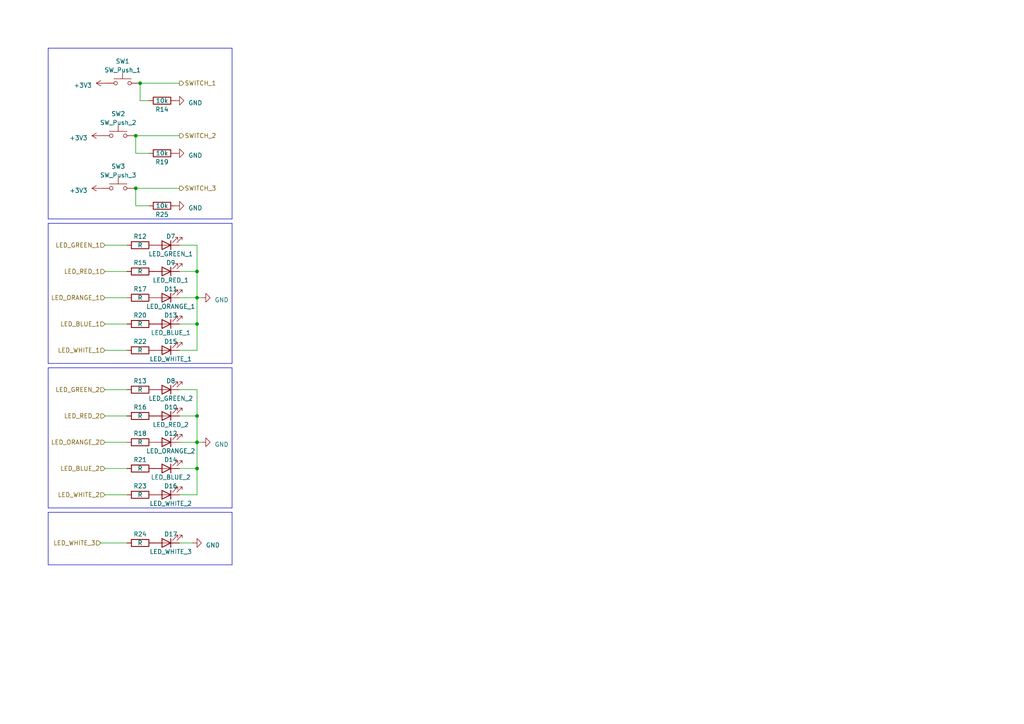
<source format=kicad_sch>
(kicad_sch (version 20221206) (generator eeschema)
  (paper "A4")
  (title_block (date "2022-11-20") (rev "v1.0"))
  (lib_symbols
    (symbol "Device:LED" (pin_numbers hide) (pin_names (offset 1.016) hide)
      (property "Reference" "D" (at 0 2.54 0))
      (property "Value" "LED" (at 0 -2.54 0))
      (symbol "LED_0_1"
        (polyline (pts (xy -1.27 -1.27) (xy -1.27 1.27)) (stroke (width 0.254)))
        (polyline (pts (xy -1.27 0) (xy 1.27 0)))
        (polyline (pts (xy 1.27 -1.27) (xy 1.27 1.27) (xy -1.27 0) (xy 1.27 -1.27)) (stroke (width 0.254)))
        (polyline (pts (xy -3.048 -0.762) (xy -4.572 -2.286) (xy -3.81 -2.286) (xy -4.572 -2.286) (xy -4.572 -1.524)))
        (polyline (pts (xy -1.778 -0.762) (xy -3.302 -2.286) (xy -2.54 -2.286) (xy -3.302 -2.286) (xy -3.302 -1.524)))
      )
      (symbol "LED_1_1"
        (pin passive line (at -3.81 0 0) (length 2.54) (name "K") (number "1"))
        (pin passive line (at 3.81 0 180) (length 2.54) (name "A") (number "2"))
      )
    )
    (symbol "Device:R" (pin_numbers hide) (pin_names (offset 0))
      (property "Reference" "R" (at 2.032 0 90))
      (property "Value" "R" (at 0 0 90))
      (symbol "R_0_1"
        (rectangle (start -1.016 -2.54) (end 1.016 2.54) (stroke (width 0.254)))
      )
      (symbol "R_1_1"
        (pin passive line (at 0 3.81 270) (length 1.27) (name "~") (number "1"))
        (pin passive line (at 0 -3.81 90) (length 1.27) (name "~") (number "2"))
      )
    )
    (symbol "Switch:SW_Push" (pin_numbers hide) (pin_names (offset 1.016) hide)
      (property "Reference" "SW" (at 1.27 2.54 0))
      (property "Value" "SW_Push" (at 0 -1.524 0))
      (symbol "SW_Push_0_1"
        (circle (center -2.032 0) (radius 0.508))
        (polyline (pts (xy 0 1.27) (xy 0 3.048)))
        (polyline (pts (xy 2.54 1.27) (xy -2.54 1.27)))
        (circle (center 2.032 0) (radius 0.508))
        (pin passive line (at -5.08 0 0) (length 2.54) (name "1") (number "1"))
        (pin passive line (at 5.08 0 180) (length 2.54) (name "2") (number "2"))
      )
    )
    (symbol "power:+3V3" (power) (pin_names (offset 0))
      (property "Value" "+3V3" (at 0 3.556 0))
      (symbol "+3V3_0_1"
        (polyline (pts (xy -0.762 1.27) (xy 0 2.54)))
        (polyline (pts (xy 0 0) (xy 0 2.54)))
        (polyline (pts (xy 0 2.54) (xy 0.762 1.27)))
      )
      (symbol "+3V3_1_1"
        (pin power_in line (at 0 0 90) (length 0) hide (name "+3V3") (number "1"))
      )
    )
    (symbol "power:GND" (power) (pin_names (offset 0))
      (property "Value" "GND" (at 0 -3.81 0))
      (symbol "GND_0_1"
        (polyline (pts (xy 0 0) (xy 0 -1.27) (xy 1.27 -1.27) (xy 0 -2.54) (xy -1.27 -1.27) (xy 0 -1.27)))
      )
      (symbol "GND_1_1"
        (pin power_in line (at 0 0 270) (length 0) hide (name "GND") (number "1"))
      )
    )
  )
  (junction (at 57.15 78.74))
  (junction (at 40.64 24.13))
  (junction (at 57.15 93.98))
  (junction (at 57.15 135.89))
  (junction (at 57.15 120.65))
  (junction (at 39.37 54.61))
  (junction (at 39.37 39.37))
  (junction (at 57.15 86.36))
  (junction (at 57.15 128.27))
  (wire (pts (xy 57.15 120.65) (xy 57.15 128.27)))
  (polyline (pts (xy 13.97 106.68) (xy 67.31 106.68)))
  (wire (pts (xy 52.07 54.61) (xy 39.37 54.61)))
  (polyline (pts (xy 67.31 163.83) (xy 13.97 163.83)))
  (wire (pts (xy 58.42 128.27) (xy 57.15 128.27)))
  (wire (pts (xy 52.07 128.27) (xy 57.15 128.27)))
  (wire (pts (xy 52.07 78.74) (xy 57.15 78.74)))
  (wire (pts (xy 58.42 86.36) (xy 57.15 86.36)))
  (wire (pts (xy 57.15 71.12) (xy 57.15 78.74)))
  (polyline (pts (xy 13.97 64.77) (xy 13.97 105.41)))
  (wire (pts (xy 43.18 29.21) (xy 40.64 29.21)))
  (wire (pts (xy 30.48 120.65) (xy 36.83 120.65)))
  (wire (pts (xy 43.18 44.45) (xy 39.37 44.45)))
  (polyline (pts (xy 67.31 64.77) (xy 67.31 105.41)))
  (wire (pts (xy 43.18 59.69) (xy 39.37 59.69)))
  (polyline (pts (xy 13.97 148.59) (xy 67.31 148.59)))
  (wire (pts (xy 57.15 135.89) (xy 57.15 143.51)))
  (polyline (pts (xy 67.31 13.97) (xy 67.31 63.5)))
  (polyline (pts (xy 67.31 105.41) (xy 13.97 105.41)))
  (wire (pts (xy 57.15 143.51) (xy 52.07 143.51)))
  (wire (pts (xy 30.48 78.74) (xy 36.83 78.74)))
  (wire (pts (xy 30.48 135.89) (xy 36.83 135.89)))
  (wire (pts (xy 40.64 24.13) (xy 52.07 24.13)))
  (wire (pts (xy 30.48 71.12) (xy 36.83 71.12)))
  (polyline (pts (xy 13.97 13.97) (xy 13.97 63.5)))
  (polyline (pts (xy 13.97 148.59) (xy 13.97 163.83)))
  (wire (pts (xy 55.88 157.48) (xy 52.07 157.48)))
  (polyline (pts (xy 13.97 64.77) (xy 67.31 64.77)))
  (polyline (pts (xy 13.97 106.68) (xy 13.97 147.32)))
  (wire (pts (xy 30.48 101.6) (xy 36.83 101.6)))
  (wire (pts (xy 57.15 128.27) (xy 57.15 135.89)))
  (wire (pts (xy 52.07 39.37) (xy 39.37 39.37)))
  (wire (pts (xy 57.15 86.36) (xy 57.15 93.98)))
  (polyline (pts (xy 67.31 148.59) (xy 67.31 163.83)))
  (wire (pts (xy 39.37 59.69) (xy 39.37 54.61)))
  (wire (pts (xy 52.07 120.65) (xy 57.15 120.65)))
  (wire (pts (xy 52.07 71.12) (xy 57.15 71.12)))
  (wire (pts (xy 57.15 113.03) (xy 57.15 120.65)))
  (wire (pts (xy 52.07 135.89) (xy 57.15 135.89)))
  (wire (pts (xy 29.21 157.48) (xy 36.83 157.48)))
  (polyline (pts (xy 13.97 13.97) (xy 67.31 13.97)))
  (wire (pts (xy 57.15 93.98) (xy 57.15 101.6)))
  (wire (pts (xy 30.48 113.03) (xy 36.83 113.03)))
  (wire (pts (xy 39.37 44.45) (xy 39.37 39.37)))
  (wire (pts (xy 30.48 86.36) (xy 36.83 86.36)))
  (wire (pts (xy 40.64 29.21) (xy 40.64 24.13)))
  (polyline (pts (xy 67.31 147.32) (xy 13.97 147.32)))
  (wire (pts (xy 52.07 113.03) (xy 57.15 113.03)))
  (wire (pts (xy 30.48 128.27) (xy 36.83 128.27)))
  (polyline (pts (xy 67.31 63.5) (xy 13.97 63.5)))
  (wire (pts (xy 30.48 93.98) (xy 36.83 93.98)))
  (wire (pts (xy 57.15 101.6) (xy 52.07 101.6)))
  (wire (pts (xy 52.07 86.36) (xy 57.15 86.36)))
  (wire (pts (xy 57.15 78.74) (xy 57.15 86.36)))
  (wire (pts (xy 30.48 143.51) (xy 36.83 143.51)))
  (wire (pts (xy 52.07 93.98) (xy 57.15 93.98)))
  (polyline (pts (xy 67.31 106.68) (xy 67.31 147.32)))
  (hierarchical_label "LED_GREEN_2" (shape input) (at 30.48 113.03 180))
  (hierarchical_label "LED_RED_2" (shape input) (at 30.48 120.65 180))
  (hierarchical_label "LED_WHITE_2" (shape input) (at 30.48 143.51 180))
  (hierarchical_label "SWITCH_1" (shape output) (at 52.07 24.13 0))
  (hierarchical_label "LED_BLUE_2" (shape input) (at 30.48 135.89 180))
  (hierarchical_label "LED_ORANGE_1" (shape input) (at 30.48 86.36 180))
  (hierarchical_label "SWITCH_2" (shape output) (at 52.07 39.37 0))
  (hierarchical_label "LED_WHITE_3" (shape input) (at 29.21 157.48 180))
  (hierarchical_label "LED_ORANGE_2" (shape input) (at 30.48 128.27 180))
  (hierarchical_label "SWITCH_3" (shape output) (at 52.07 54.61 0))
  (hierarchical_label "LED_GREEN_1" (shape input) (at 30.48 71.12 180))
  (hierarchical_label "LED_RED_1" (shape input) (at 30.48 78.74 180))
  (hierarchical_label "LED_WHITE_1" (shape input) (at 30.48 101.6 180))
  (hierarchical_label "LED_BLUE_1" (shape input) (at 30.48 93.98 180))
  (symbol (lib_id "Device:LED") (at 48.26 157.48 180) (unit 1)
    (property "Reference" "D17" (at 49.53 154.94 0))
    (property "Value" "LED_WHITE_3" (at 49.53 160.02 0))
    (property "Footprint" "LED_SMD:LED_0805_2012Metric_Pad1.15x1.40mm_HandSolder" (effects hide))
  )
  (symbol (lib_id "power:+3V3") (at 30.48 24.13 90) (unit 1)
    (property "Reference" "#PWR0188" (effects hide))
    (property "Value" "+3V3" (at 26.67 24.765 90) (effects (justify left)))
  )
  (symbol (lib_id "power:GND") (at 55.88 157.48 90) (unit 1)
    (property "Reference" "#PWR0113" (effects hide))
    (property "Value" "GND" (at 59.69 158.115 90) (effects (justify right)))
  )
  (symbol (lib_id "Device:LED") (at 48.26 78.74 180) (unit 1)
    (property "Reference" "D9" (at 49.53 76.2 0))
    (property "Value" "LED_RED_1" (at 49.53 81.28 0))
    (property "Footprint" "LED_SMD:LED_0805_2012Metric_Pad1.15x1.40mm_HandSolder" (effects hide))
  )
  (symbol (lib_id "Device:R") (at 40.64 157.48 90) (unit 1)
    (property "Reference" "R24" (at 40.64 154.94 90))
    (property "Value" "R" (at 40.64 157.48 90))
    (property "Footprint" "Resistor_SMD:R_0805_2012Metric_Pad1.20x1.40mm_HandSolder" (effects hide))
  )
  (symbol (lib_id "power:GND") (at 50.8 44.45 90) (unit 1)
    (property "Reference" "#PWR0114" (effects hide))
    (property "Value" "GND" (at 54.61 45.085 90) (effects (justify right)))
  )
  (symbol (lib_id "Device:R") (at 40.64 135.89 90) (unit 1)
    (property "Reference" "R21" (at 40.64 133.35 90))
    (property "Value" "R" (at 40.64 135.89 90))
    (property "Footprint" "Resistor_SMD:R_0805_2012Metric_Pad1.20x1.40mm_HandSolder" (effects hide))
  )
  (symbol (lib_id "Device:R") (at 40.64 71.12 90) (unit 1)
    (property "Reference" "R12" (at 40.64 68.58 90))
    (property "Value" "R" (at 40.64 71.12 90))
    (property "Footprint" "Resistor_SMD:R_0805_2012Metric_Pad1.20x1.40mm_HandSolder" (effects hide))
  )
  (symbol (lib_id "Device:R") (at 40.64 113.03 90) (unit 1)
    (property "Reference" "R13" (at 40.64 110.49 90))
    (property "Value" "R" (at 40.64 113.03 90))
    (property "Footprint" "Resistor_SMD:R_0805_2012Metric_Pad1.20x1.40mm_HandSolder" (effects hide))
  )
  (symbol (lib_id "Device:R") (at 40.64 78.74 90) (unit 1)
    (property "Reference" "R15" (at 40.64 76.2 90))
    (property "Value" "R" (at 40.64 78.74 90))
    (property "Footprint" "Resistor_SMD:R_0805_2012Metric_Pad1.20x1.40mm_HandSolder" (effects hide))
  )
  (symbol (lib_id "power:+3V3") (at 29.21 39.37 90) (unit 1)
    (property "Reference" "#PWR0187" (effects hide))
    (property "Value" "+3V3" (at 25.4 40.005 90) (effects (justify left)))
  )
  (symbol (lib_id "Device:LED") (at 48.26 86.36 180) (unit 1)
    (property "Reference" "D11" (at 49.53 83.82 0))
    (property "Value" "LED_ORANGE_1" (at 49.53 88.9 0))
    (property "Footprint" "LED_SMD:LED_0805_2012Metric_Pad1.15x1.40mm_HandSolder" (effects hide))
  )
  (symbol (lib_id "Device:R") (at 46.99 59.69 270) (unit 1)
    (property "Reference" "R25" (at 46.99 62.23 90))
    (property "Value" "10k" (at 46.99 59.69 90))
    (property "Footprint" "Resistor_SMD:R_0805_2012Metric_Pad1.20x1.40mm_HandSolder" (effects hide))
  )
  (symbol (lib_id "Device:LED") (at 48.26 143.51 180) (unit 1)
    (property "Reference" "D16" (at 49.53 140.97 0))
    (property "Value" "LED_WHITE_2" (at 49.53 146.05 0))
    (property "Footprint" "LED_SMD:LED_0805_2012Metric_Pad1.15x1.40mm_HandSolder" (effects hide))
  )
  (symbol (lib_id "Device:R") (at 46.99 44.45 270) (unit 1)
    (property "Reference" "R19" (at 46.99 46.99 90))
    (property "Value" "10k" (at 46.99 44.45 90))
    (property "Footprint" "Resistor_SMD:R_0805_2012Metric_Pad1.20x1.40mm_HandSolder" (effects hide))
  )
  (symbol (lib_id "power:GND") (at 58.42 86.36 90) (unit 1)
    (property "Reference" "#PWR0185" (effects hide))
    (property "Value" "GND" (at 62.23 86.995 90) (effects (justify right)))
  )
  (symbol (lib_id "Device:R") (at 40.64 143.51 90) (unit 1)
    (property "Reference" "R23" (at 40.64 140.97 90))
    (property "Value" "R" (at 40.64 143.51 90))
    (property "Footprint" "Resistor_SMD:R_0805_2012Metric_Pad1.20x1.40mm_HandSolder" (effects hide))
  )
  (symbol (lib_id "Switch:SW_Push") (at 34.29 54.61 0) (unit 1)
    (property "Reference" "SW3" (at 34.29 48.26 0))
    (property "Value" "SW_Push_3" (at 34.29 50.8 0))
    (property "Footprint" "Button_Switch_THT:SW_Tactile_Straight_KSL0Axx1LFTR" (effects hide))
  )
  (symbol (lib_id "Device:R") (at 40.64 101.6 90) (unit 1)
    (property "Reference" "R22" (at 40.64 99.06 90))
    (property "Value" "R" (at 40.64 101.6 90))
    (property "Footprint" "Resistor_SMD:R_0805_2012Metric_Pad1.20x1.40mm_HandSolder" (effects hide))
  )
  (symbol (lib_id "Switch:SW_Push") (at 34.29 39.37 0) (unit 1)
    (property "Reference" "SW2" (at 34.29 33.02 0))
    (property "Value" "SW_Push_2" (at 34.29 35.56 0))
    (property "Footprint" "Button_Switch_THT:SW_Tactile_Straight_KSL0Axx1LFTR" (effects hide))
  )
  (symbol (lib_id "power:GND") (at 50.8 29.21 90) (unit 1)
    (property "Reference" "#PWR0184" (effects hide))
    (property "Value" "GND" (at 54.61 29.845 90) (effects (justify right)))
  )
  (symbol (lib_id "power:GND") (at 58.42 128.27 90) (unit 1)
    (property "Reference" "#PWR0112" (effects hide))
    (property "Value" "GND" (at 62.23 128.905 90) (effects (justify right)))
  )
  (symbol (lib_id "Device:LED") (at 48.26 128.27 180) (unit 1)
    (property "Reference" "D12" (at 49.53 125.73 0))
    (property "Value" "LED_ORANGE_2" (at 49.53 130.81 0))
    (property "Footprint" "LED_SMD:LED_0805_2012Metric_Pad1.15x1.40mm_HandSolder" (effects hide))
  )
  (symbol (lib_id "Device:LED") (at 48.26 113.03 180) (unit 1)
    (property "Reference" "D8" (at 49.53 110.49 0))
    (property "Value" "LED_GREEN_2" (at 49.53 115.57 0))
    (property "Footprint" "LED_SMD:LED_0805_2012Metric_Pad1.15x1.40mm_HandSolder" (effects hide))
  )
  (symbol (lib_id "Device:LED") (at 48.26 71.12 180) (unit 1)
    (property "Reference" "D7" (at 49.53 68.58 0))
    (property "Value" "LED_GREEN_1" (at 49.53 73.66 0))
    (property "Footprint" "LED_SMD:LED_0805_2012Metric_Pad1.15x1.40mm_HandSolder" (effects hide))
  )
  (symbol (lib_id "Switch:SW_Push") (at 35.56 24.13 0) (unit 1)
    (property "Reference" "SW1" (at 35.56 17.78 0))
    (property "Value" "SW_Push_1" (at 35.56 20.32 0))
    (property "Footprint" "Button_Switch_THT:SW_Tactile_Straight_KSL0Axx1LFTR" (effects hide))
  )
  (symbol (lib_id "Device:R") (at 46.99 29.21 270) (unit 1)
    (property "Reference" "R14" (at 46.99 31.75 90))
    (property "Value" "10k" (at 46.99 29.21 90))
    (property "Footprint" "Resistor_SMD:R_0805_2012Metric_Pad1.20x1.40mm_HandSolder" (effects hide))
  )
  (symbol (lib_id "Device:LED") (at 48.26 135.89 180) (unit 1)
    (property "Reference" "D14" (at 49.53 133.35 0))
    (property "Value" "LED_BLUE_2" (at 49.53 138.43 0))
    (property "Footprint" "LED_SMD:LED_0805_2012Metric_Pad1.15x1.40mm_HandSolder" (effects hide))
  )
  (symbol (lib_id "Device:R") (at 40.64 86.36 90) (unit 1)
    (property "Reference" "R17" (at 40.64 83.82 90))
    (property "Value" "R" (at 40.64 86.36 90))
    (property "Footprint" "Resistor_SMD:R_0805_2012Metric_Pad1.20x1.40mm_HandSolder" (effects hide))
  )
  (symbol (lib_id "Device:R") (at 40.64 120.65 90) (unit 1)
    (property "Reference" "R16" (at 40.64 118.11 90))
    (property "Value" "R" (at 40.64 120.65 90))
    (property "Footprint" "Resistor_SMD:R_0805_2012Metric_Pad1.20x1.40mm_HandSolder" (effects hide))
  )
  (symbol (lib_id "Device:LED") (at 48.26 101.6 180) (unit 1)
    (property "Reference" "D15" (at 49.53 99.06 0))
    (property "Value" "LED_WHITE_1" (at 49.53 104.14 0))
    (property "Footprint" "LED_SMD:LED_0805_2012Metric_Pad1.15x1.40mm_HandSolder" (effects hide))
  )
  (symbol (lib_id "Device:LED") (at 48.26 120.65 180) (unit 1)
    (property "Reference" "D10" (at 49.53 118.11 0))
    (property "Value" "LED_RED_2" (at 49.53 123.19 0))
    (property "Footprint" "LED_SMD:LED_0805_2012Metric_Pad1.15x1.40mm_HandSolder" (effects hide))
  )
  (symbol (lib_id "Device:LED") (at 48.26 93.98 180) (unit 1)
    (property "Reference" "D13" (at 49.53 91.44 0))
    (property "Value" "LED_BLUE_1" (at 49.53 96.52 0))
    (property "Footprint" "LED_SMD:LED_0805_2012Metric_Pad1.15x1.40mm_HandSolder" (effects hide))
  )
  (symbol (lib_id "Device:R") (at 40.64 93.98 90) (unit 1)
    (property "Reference" "R20" (at 40.64 91.44 90))
    (property "Value" "R" (at 40.64 93.98 90))
    (property "Footprint" "Resistor_SMD:R_0805_2012Metric_Pad1.20x1.40mm_HandSolder" (effects hide))
  )
  (symbol (lib_id "Device:R") (at 40.64 128.27 90) (unit 1)
    (property "Reference" "R18" (at 40.64 125.73 90))
    (property "Value" "R" (at 40.64 128.27 90))
    (property "Footprint" "Resistor_SMD:R_0805_2012Metric_Pad1.20x1.40mm_HandSolder" (effects hide))
  )
  (symbol (lib_id "power:GND") (at 50.8 59.69 90) (unit 1)
    (property "Reference" "#PWR0183" (effects hide))
    (property "Value" "GND" (at 54.61 60.325 90) (effects (justify right)))
  )
  (symbol (lib_id "power:+3V3") (at 29.21 54.61 90) (unit 1)
    (property "Reference" "#PWR0186" (effects hide))
    (property "Value" "+3V3" (at 25.4 55.245 90) (effects (justify left)))
  )
)
</source>
